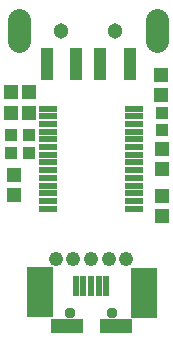
<source format=gbr>
G04 EAGLE Gerber RS-274X export*
G75*
%MOMM*%
%FSLAX34Y34*%
%LPD*%
%INSoldermask Top*%
%IPPOS*%
%AMOC8*
5,1,8,0,0,1.08239X$1,22.5*%
G01*
%ADD10R,1.203200X1.303200*%
%ADD11R,1.003200X1.003200*%
%ADD12R,0.603200X1.703200*%
%ADD13R,2.203200X4.203200*%
%ADD14R,2.703200X1.203200*%
%ADD15C,0.953200*%
%ADD16C,1.219200*%
%ADD17R,1.600200X0.551200*%
%ADD18R,1.003200X2.703200*%
%ADD19C,1.981200*%
%ADD20C,1.303200*%
%ADD21C,1.003200*%


D10*
X27500Y189000D03*
X27500Y206000D03*
X15000Y136000D03*
X15000Y119000D03*
X12500Y189000D03*
X12500Y206000D03*
D11*
X12500Y170000D03*
X12500Y155000D03*
X27500Y155000D03*
X27500Y170000D03*
D12*
X80000Y42500D03*
X73500Y42500D03*
X86500Y42500D03*
X93000Y42500D03*
X67000Y42500D03*
D13*
X36500Y37000D03*
X124500Y36500D03*
D14*
X59500Y8500D03*
X101000Y8500D03*
D15*
X98000Y19500D03*
X62000Y19500D03*
D10*
X140000Y118500D03*
X140000Y101500D03*
X140000Y141500D03*
X140000Y158500D03*
D16*
X50000Y65000D03*
X65000Y65000D03*
X80000Y65000D03*
X95000Y65000D03*
X110000Y65000D03*
D17*
X43440Y107750D03*
X43440Y114250D03*
X43440Y120750D03*
X43440Y127250D03*
X43440Y133750D03*
X43440Y140250D03*
X43440Y146750D03*
X43440Y159750D03*
X43440Y153250D03*
X43440Y166250D03*
X43440Y172750D03*
X43440Y179250D03*
X43440Y185750D03*
X43440Y192250D03*
X116560Y107750D03*
X116560Y114250D03*
X116560Y120750D03*
X116560Y127250D03*
X116560Y133750D03*
X116560Y140250D03*
X116560Y146750D03*
X116560Y153250D03*
X116560Y159750D03*
X116560Y166250D03*
X116560Y172750D03*
X116560Y179250D03*
X116560Y185750D03*
X116560Y192250D03*
D18*
X87770Y230500D03*
X67230Y230500D03*
X113008Y230500D03*
D19*
X136000Y249810D02*
X136000Y267590D01*
X19000Y267590D02*
X19000Y249810D01*
D18*
X42500Y230500D03*
D20*
X100000Y258000D03*
X55000Y258000D03*
D21*
X19000Y254700D03*
X19000Y250700D03*
X19000Y262700D03*
X19000Y266700D03*
X136000Y254700D03*
X136000Y250700D03*
X136000Y262700D03*
X136000Y266700D03*
D10*
X139500Y204000D03*
X139500Y221000D03*
D11*
X140500Y174000D03*
X140500Y189000D03*
M02*

</source>
